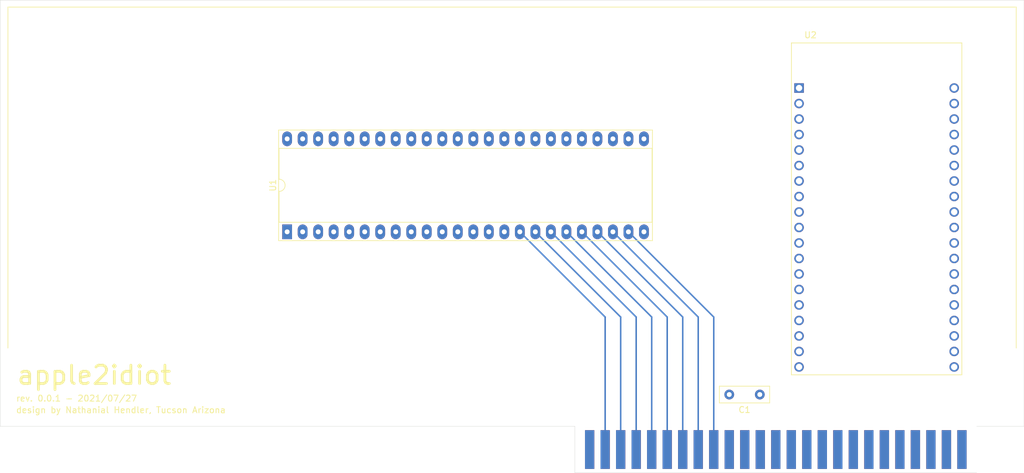
<source format=kicad_pcb>
(kicad_pcb (version 20171130) (host pcbnew 5.1.10-88a1d61d58~88~ubuntu18.04.1)

  (general
    (thickness 1.6)
    (drawings 13)
    (tracks 16)
    (zones 0)
    (modules 4)
    (nets 90)
  )

  (page A4)
  (title_block
    (title apple2idiot)
    (date 2021-07-27)
    (rev 1.0.1)
    (company "Nathanial Hendler")
  )

  (layers
    (0 F.Cu signal)
    (31 B.Cu signal)
    (32 B.Adhes user)
    (33 F.Adhes user)
    (34 B.Paste user)
    (35 F.Paste user)
    (36 B.SilkS user)
    (37 F.SilkS user)
    (38 B.Mask user)
    (39 F.Mask user)
    (40 Dwgs.User user)
    (41 Cmts.User user)
    (42 Eco1.User user)
    (43 Eco2.User user)
    (44 Edge.Cuts user)
    (45 Margin user)
    (46 B.CrtYd user)
    (47 F.CrtYd user)
    (48 B.Fab user)
    (49 F.Fab user)
  )

  (setup
    (last_trace_width 0.25)
    (user_trace_width 0.4)
    (user_trace_width 1)
    (trace_clearance 0.2)
    (zone_clearance 0.508)
    (zone_45_only no)
    (trace_min 0.2)
    (via_size 0.8)
    (via_drill 0.4)
    (via_min_size 0.4)
    (via_min_drill 0.3)
    (uvia_size 0.3)
    (uvia_drill 0.1)
    (uvias_allowed no)
    (uvia_min_size 0.2)
    (uvia_min_drill 0.1)
    (edge_width 0.05)
    (segment_width 0.2)
    (pcb_text_width 0.3)
    (pcb_text_size 1.5 1.5)
    (mod_edge_width 0.12)
    (mod_text_size 1 1)
    (mod_text_width 0.15)
    (pad_size 1.524 1.524)
    (pad_drill 0.762)
    (pad_to_mask_clearance 0.051)
    (solder_mask_min_width 0.25)
    (aux_axis_origin 0 0)
    (visible_elements FFFFFF7F)
    (pcbplotparams
      (layerselection 0x3ffff_ffffffff)
      (usegerberextensions false)
      (usegerberattributes false)
      (usegerberadvancedattributes false)
      (creategerberjobfile false)
      (excludeedgelayer true)
      (linewidth 0.100000)
      (plotframeref false)
      (viasonmask false)
      (mode 1)
      (useauxorigin false)
      (hpglpennumber 1)
      (hpglpenspeed 20)
      (hpglpendiameter 15.000000)
      (psnegative false)
      (psa4output false)
      (plotreference true)
      (plotvalue true)
      (plotinvisibletext false)
      (padsonsilk false)
      (subtractmaskfromsilk false)
      (outputformat 1)
      (mirror false)
      (drillshape 0)
      (scaleselection 1)
      (outputdirectory "gerber"))
  )

  (net 0 "")
  (net 1 /+12V)
  (net 2 /D0)
  (net 3 /D1)
  (net 4 /D2)
  (net 5 /D3)
  (net 6 /D4)
  (net 7 /D5)
  (net 8 /D6)
  (net 9 /D7)
  (net 10 /~DEVSEL)
  (net 11 /PHI0)
  (net 12 /USER1)
  (net 13 /PHI1)
  (net 14 /Q3)
  (net 15 /7M)
  (net 16 /COLORREF)
  (net 17 /-5V)
  (net 18 /-12V)
  (net 19 /~INH)
  (net 20 /~RES)
  (net 21 /~IRQ)
  (net 22 /~NMI)
  (net 23 /INTIN)
  (net 24 /DMAIN)
  (net 25 /~IOSEL)
  (net 26 /A0)
  (net 27 /A1)
  (net 28 /A2)
  (net 29 /A3)
  (net 30 /A4)
  (net 31 /A5)
  (net 32 /A6)
  (net 33 /A7)
  (net 34 /A8)
  (net 35 /A9)
  (net 36 /A10)
  (net 37 /A11)
  (net 38 /A12)
  (net 39 /A13)
  (net 40 /A14)
  (net 41 /A15)
  (net 42 /R~W)
  (net 43 /SYNC)
  (net 44 /~IOSTRB)
  (net 45 /RDY)
  (net 46 /~DMA)
  (net 47 /INTOUT)
  (net 48 /DMAOUT)
  (net 49 GND)
  (net 50 +5V)
  (net 51 "Net-(U1-Pad42)")
  (net 52 "Net-(U2-Pad36)")
  (net 53 "Net-(U2-Pad34)")
  (net 54 "Net-(U2-Pad33)")
  (net 55 "Net-(U2-Pad32)")
  (net 56 "Net-(U2-Pad31)")
  (net 57 "Net-(U2-Pad30)")
  (net 58 "Net-(U1-Pad46)")
  (net 59 "Net-(U1-Pad38)")
  (net 60 "Net-(U2-Pad24)")
  (net 61 "Net-(U2-Pad23)")
  (net 62 "Net-(U2-Pad18)")
  (net 63 "Net-(U2-Pad17)")
  (net 64 "Net-(U2-Pad16)")
  (net 65 "Net-(U1-Pad39)")
  (net 66 "Net-(U1-Pad40)")
  (net 67 "Net-(U1-Pad41)")
  (net 68 "Net-(U1-Pad3)")
  (net 69 "Net-(U1-Pad45)")
  (net 70 "Net-(U2-Pad4)")
  (net 71 "Net-(U2-Pad3)")
  (net 72 "Net-(U2-Pad2)")
  (net 73 "Net-(U1-Pad44)")
  (net 74 "Net-(U1-Pad37)")
  (net 75 "Net-(U1-Pad36)")
  (net 76 "Net-(U1-Pad35)")
  (net 77 "Net-(U1-Pad34)")
  (net 78 "Net-(U1-Pad33)")
  (net 79 "Net-(U1-Pad32)")
  (net 80 "Net-(U1-Pad31)")
  (net 81 "Net-(U1-Pad30)")
  (net 82 "Net-(U1-Pad29)")
  (net 83 "Net-(U1-Pad28)")
  (net 84 "Net-(U1-Pad27)")
  (net 85 "Net-(U1-Pad26)")
  (net 86 "Net-(U1-Pad25)")
  (net 87 "Net-(U2-Pad38)")
  (net 88 "Net-(U2-Pad37)")
  (net 89 "Net-(U2-Pad1)")

  (net_class Default "This is the default net class."
    (clearance 0.2)
    (trace_width 0.25)
    (via_dia 0.8)
    (via_drill 0.4)
    (uvia_dia 0.3)
    (uvia_drill 0.1)
    (add_net +5V)
    (add_net /+12V)
    (add_net /-12V)
    (add_net /-5V)
    (add_net /7M)
    (add_net /A0)
    (add_net /A1)
    (add_net /A10)
    (add_net /A11)
    (add_net /A12)
    (add_net /A13)
    (add_net /A14)
    (add_net /A15)
    (add_net /A2)
    (add_net /A3)
    (add_net /A4)
    (add_net /A5)
    (add_net /A6)
    (add_net /A7)
    (add_net /A8)
    (add_net /A9)
    (add_net /COLORREF)
    (add_net /D0)
    (add_net /D1)
    (add_net /D2)
    (add_net /D3)
    (add_net /D4)
    (add_net /D5)
    (add_net /D6)
    (add_net /D7)
    (add_net /DMAIN)
    (add_net /DMAOUT)
    (add_net /INTIN)
    (add_net /INTOUT)
    (add_net /PHI0)
    (add_net /PHI1)
    (add_net /Q3)
    (add_net /RDY)
    (add_net /R~W)
    (add_net /SYNC)
    (add_net /USER1)
    (add_net /~DEVSEL)
    (add_net /~DMA)
    (add_net /~INH)
    (add_net /~IOSEL)
    (add_net /~IOSTRB)
    (add_net /~IRQ)
    (add_net /~NMI)
    (add_net /~RES)
    (add_net GND)
    (add_net "Net-(U1-Pad25)")
    (add_net "Net-(U1-Pad26)")
    (add_net "Net-(U1-Pad27)")
    (add_net "Net-(U1-Pad28)")
    (add_net "Net-(U1-Pad29)")
    (add_net "Net-(U1-Pad3)")
    (add_net "Net-(U1-Pad30)")
    (add_net "Net-(U1-Pad31)")
    (add_net "Net-(U1-Pad32)")
    (add_net "Net-(U1-Pad33)")
    (add_net "Net-(U1-Pad34)")
    (add_net "Net-(U1-Pad35)")
    (add_net "Net-(U1-Pad36)")
    (add_net "Net-(U1-Pad37)")
    (add_net "Net-(U1-Pad38)")
    (add_net "Net-(U1-Pad39)")
    (add_net "Net-(U1-Pad40)")
    (add_net "Net-(U1-Pad41)")
    (add_net "Net-(U1-Pad42)")
    (add_net "Net-(U1-Pad44)")
    (add_net "Net-(U1-Pad45)")
    (add_net "Net-(U1-Pad46)")
    (add_net "Net-(U2-Pad1)")
    (add_net "Net-(U2-Pad16)")
    (add_net "Net-(U2-Pad17)")
    (add_net "Net-(U2-Pad18)")
    (add_net "Net-(U2-Pad2)")
    (add_net "Net-(U2-Pad23)")
    (add_net "Net-(U2-Pad24)")
    (add_net "Net-(U2-Pad3)")
    (add_net "Net-(U2-Pad30)")
    (add_net "Net-(U2-Pad31)")
    (add_net "Net-(U2-Pad32)")
    (add_net "Net-(U2-Pad33)")
    (add_net "Net-(U2-Pad34)")
    (add_net "Net-(U2-Pad36)")
    (add_net "Net-(U2-Pad37)")
    (add_net "Net-(U2-Pad38)")
    (add_net "Net-(U2-Pad4)")
  )

  (module ESPDEVKIT:MODULE_ESP32-DEVKITC-32D (layer F.Cu) (tedit 6100DBC9) (tstamp 61015E67)
    (at 217.17 88.9)
    (path /613EE5FC)
    (fp_text reference U2 (at -10.829175 -28.446045) (layer F.SilkS)
      (effects (font (size 1.000386 1.000386) (thickness 0.15)))
    )
    (fp_text value ESP32-DEVKITC-32D (at 1.24136 28.294535) (layer F.Fab)
      (effects (font (size 1.001047 1.001047) (thickness 0.15)))
    )
    (fp_line (start -13.95 -27.15) (end 13.95 -27.15) (layer F.Fab) (width 0.127))
    (fp_line (start 13.95 -27.15) (end 13.95 27.25) (layer F.Fab) (width 0.127))
    (fp_line (start 13.95 27.25) (end -13.95 27.25) (layer F.Fab) (width 0.127))
    (fp_line (start -13.95 27.25) (end -13.95 -27.15) (layer F.Fab) (width 0.127))
    (fp_line (start -13.95 27.25) (end -13.95 -27.15) (layer F.SilkS) (width 0.127))
    (fp_line (start -13.95 -27.15) (end 13.95 -27.15) (layer F.SilkS) (width 0.127))
    (fp_line (start 13.95 -27.15) (end 13.95 27.25) (layer F.SilkS) (width 0.127))
    (fp_line (start 13.95 27.25) (end -13.95 27.25) (layer F.SilkS) (width 0.127))
    (fp_line (start -14.2 -27.4) (end 14.2 -27.4) (layer F.CrtYd) (width 0.05))
    (fp_line (start 14.2 -27.4) (end 14.2 27.5) (layer F.CrtYd) (width 0.05))
    (fp_line (start 14.2 27.5) (end -14.2 27.5) (layer F.CrtYd) (width 0.05))
    (fp_line (start -14.2 27.5) (end -14.2 -27.4) (layer F.CrtYd) (width 0.05))
    (fp_circle (center -14.6 -19.9) (end -14.46 -19.9) (layer F.Fab) (width 0.28))
    (fp_circle (center -14.6 -19.9) (end -14.46 -19.9) (layer F.Fab) (width 0.28))
    (pad 38 thru_hole circle (at 12.7 25.96) (size 1.56 1.56) (drill 1.04) (layers *.Cu *.Mask)
      (net 87 "Net-(U2-Pad38)"))
    (pad 37 thru_hole circle (at 12.7 23.42) (size 1.56 1.56) (drill 1.04) (layers *.Cu *.Mask)
      (net 88 "Net-(U2-Pad37)"))
    (pad 36 thru_hole circle (at 12.7 20.88) (size 1.56 1.56) (drill 1.04) (layers *.Cu *.Mask)
      (net 52 "Net-(U2-Pad36)"))
    (pad 35 thru_hole circle (at 12.7 18.34) (size 1.56 1.56) (drill 1.04) (layers *.Cu *.Mask)
      (net 83 "Net-(U1-Pad28)"))
    (pad 34 thru_hole circle (at 12.7 15.8) (size 1.56 1.56) (drill 1.04) (layers *.Cu *.Mask)
      (net 53 "Net-(U2-Pad34)"))
    (pad 33 thru_hole circle (at 12.7 13.26) (size 1.56 1.56) (drill 1.04) (layers *.Cu *.Mask)
      (net 54 "Net-(U2-Pad33)"))
    (pad 32 thru_hole circle (at 12.7 10.72) (size 1.56 1.56) (drill 1.04) (layers *.Cu *.Mask)
      (net 55 "Net-(U2-Pad32)"))
    (pad 31 thru_hole circle (at 12.7 8.18) (size 1.56 1.56) (drill 1.04) (layers *.Cu *.Mask)
      (net 56 "Net-(U2-Pad31)"))
    (pad 30 thru_hole circle (at 12.7 5.64) (size 1.56 1.56) (drill 1.04) (layers *.Cu *.Mask)
      (net 57 "Net-(U2-Pad30)"))
    (pad 29 thru_hole circle (at 12.7 3.1) (size 1.56 1.56) (drill 1.04) (layers *.Cu *.Mask)
      (net 58 "Net-(U1-Pad46)"))
    (pad 28 thru_hole circle (at 12.7 0.56) (size 1.56 1.56) (drill 1.04) (layers *.Cu *.Mask)
      (net 82 "Net-(U1-Pad29)"))
    (pad 27 thru_hole circle (at 12.7 -1.98) (size 1.56 1.56) (drill 1.04) (layers *.Cu *.Mask)
      (net 81 "Net-(U1-Pad30)"))
    (pad 26 thru_hole circle (at 12.7 -4.52) (size 1.56 1.56) (drill 1.04) (layers *.Cu *.Mask)
      (net 49 GND))
    (pad 25 thru_hole circle (at 12.7 -7.06) (size 1.56 1.56) (drill 1.04) (layers *.Cu *.Mask)
      (net 80 "Net-(U1-Pad31)"))
    (pad 24 thru_hole circle (at 12.7 -9.6) (size 1.56 1.56) (drill 1.04) (layers *.Cu *.Mask)
      (net 60 "Net-(U2-Pad24)"))
    (pad 23 thru_hole circle (at 12.7 -12.14) (size 1.56 1.56) (drill 1.04) (layers *.Cu *.Mask)
      (net 61 "Net-(U2-Pad23)"))
    (pad 22 thru_hole circle (at 12.7 -14.68) (size 1.56 1.56) (drill 1.04) (layers *.Cu *.Mask)
      (net 79 "Net-(U1-Pad32)"))
    (pad 21 thru_hole circle (at 12.7 -17.22) (size 1.56 1.56) (drill 1.04) (layers *.Cu *.Mask)
      (net 51 "Net-(U1-Pad42)"))
    (pad 20 thru_hole circle (at 12.7 -19.76) (size 1.56 1.56) (drill 1.04) (layers *.Cu *.Mask)
      (net 49 GND))
    (pad 18 thru_hole circle (at -12.7 23.42) (size 1.56 1.56) (drill 1.04) (layers *.Cu *.Mask)
      (net 62 "Net-(U2-Pad18)"))
    (pad 17 thru_hole circle (at -12.7 20.88) (size 1.56 1.56) (drill 1.04) (layers *.Cu *.Mask)
      (net 63 "Net-(U2-Pad17)"))
    (pad 16 thru_hole circle (at -12.7 18.34) (size 1.56 1.56) (drill 1.04) (layers *.Cu *.Mask)
      (net 64 "Net-(U2-Pad16)"))
    (pad 15 thru_hole circle (at -12.7 15.8) (size 1.56 1.56) (drill 1.04) (layers *.Cu *.Mask)
      (net 85 "Net-(U1-Pad26)"))
    (pad 14 thru_hole circle (at -12.7 13.26) (size 1.56 1.56) (drill 1.04) (layers *.Cu *.Mask)
      (net 49 GND))
    (pad 13 thru_hole circle (at -12.7 10.72) (size 1.56 1.56) (drill 1.04) (layers *.Cu *.Mask)
      (net 86 "Net-(U1-Pad25)"))
    (pad 12 thru_hole circle (at -12.7 8.18) (size 1.56 1.56) (drill 1.04) (layers *.Cu *.Mask)
      (net 84 "Net-(U1-Pad27)"))
    (pad 11 thru_hole circle (at -12.7 5.64) (size 1.56 1.56) (drill 1.04) (layers *.Cu *.Mask)
      (net 65 "Net-(U1-Pad39)"))
    (pad 10 thru_hole circle (at -12.7 3.1) (size 1.56 1.56) (drill 1.04) (layers *.Cu *.Mask)
      (net 66 "Net-(U1-Pad40)"))
    (pad 9 thru_hole circle (at -12.7 0.56) (size 1.56 1.56) (drill 1.04) (layers *.Cu *.Mask)
      (net 67 "Net-(U1-Pad41)"))
    (pad 8 thru_hole circle (at -12.7 -1.98) (size 1.56 1.56) (drill 1.04) (layers *.Cu *.Mask)
      (net 74 "Net-(U1-Pad37)"))
    (pad 7 thru_hole circle (at -12.7 -4.52) (size 1.56 1.56) (drill 1.04) (layers *.Cu *.Mask)
      (net 59 "Net-(U1-Pad38)"))
    (pad 6 thru_hole circle (at -12.7 -7.06) (size 1.56 1.56) (drill 1.04) (layers *.Cu *.Mask)
      (net 68 "Net-(U1-Pad3)"))
    (pad 5 thru_hole circle (at -12.7 -9.6) (size 1.56 1.56) (drill 1.04) (layers *.Cu *.Mask)
      (net 25 /~IOSEL))
    (pad 4 thru_hole circle (at -12.7 -12.14) (size 1.56 1.56) (drill 1.04) (layers *.Cu *.Mask)
      (net 70 "Net-(U2-Pad4)"))
    (pad 3 thru_hole circle (at -12.7 -14.68) (size 1.56 1.56) (drill 1.04) (layers *.Cu *.Mask)
      (net 71 "Net-(U2-Pad3)"))
    (pad 19 thru_hole circle (at -12.7 25.96) (size 1.56 1.56) (drill 1.04) (layers *.Cu *.Mask)
      (net 50 +5V))
    (pad 2 thru_hole circle (at -12.7 -17.22) (size 1.56 1.56) (drill 1.04) (layers *.Cu *.Mask)
      (net 72 "Net-(U2-Pad2)"))
    (pad 1 thru_hole rect (at -12.7 -19.76) (size 1.56 1.56) (drill 1.04) (layers *.Cu *.Mask)
      (net 89 "Net-(U2-Pad1)"))
  )

  (module pub:AppleIIBus (layer F.Cu) (tedit 5E4F43C2) (tstamp 5E33EA12)
    (at 200.66 128.397)
    (path /5E339C7A)
    (fp_text reference J1 (at 0 -5.08) (layer F.SilkS) hide
      (effects (font (size 1 1) (thickness 0.15)))
    )
    (fp_text value "CARD EDGE" (at 25.4 -5.08) (layer F.Fab)
      (effects (font (size 1 1) (thickness 0.15)))
    )
    (fp_poly (pts (xy 32.893 -3.81) (xy 31.877 -3.81) (xy 31.877 3.81) (xy 32.893 3.81)) (layer B.Mask) (width 0))
    (fp_poly (pts (xy -32.893 -3.81) (xy -32.893 3.81) (xy -31.877 3.81) (xy -31.877 -3.81)) (layer B.Mask) (width 0))
    (fp_poly (pts (xy 32.893 -3.81) (xy 31.877 -3.81) (xy 31.877 3.81) (xy 32.893 3.81)) (layer F.Mask) (width 0))
    (fp_poly (pts (xy -32.893 -3.81) (xy -32.893 3.81) (xy -31.877 3.81) (xy -31.877 -3.81)) (layer F.Mask) (width 0))
    (pad 26 smd rect (at 30.48 0) (size 1.524 6.35) (layers B.Cu B.Mask)
      (net 49 GND) (solder_mask_margin 0.635) (clearance 0.254))
    (pad 27 smd rect (at 27.94 0) (size 1.524 6.35) (layers B.Cu B.Mask)
      (net 24 /DMAIN) (solder_mask_margin 0.635) (clearance 0.254))
    (pad 28 smd rect (at 25.4 0) (size 1.524 6.35) (layers B.Cu B.Mask)
      (net 23 /INTIN) (solder_mask_margin 0.635) (clearance 0.254))
    (pad 29 smd rect (at 22.86 0) (size 1.524 6.35) (layers B.Cu B.Mask)
      (net 22 /~NMI) (solder_mask_margin 0.635) (clearance 0.254))
    (pad 30 smd rect (at 20.32 0) (size 1.524 6.35) (layers B.Cu B.Mask)
      (net 21 /~IRQ) (solder_mask_margin 0.635) (clearance 0.254))
    (pad 31 smd rect (at 17.78 0) (size 1.524 6.35) (layers B.Cu B.Mask)
      (net 20 /~RES) (solder_mask_margin 0.635) (clearance 0.254))
    (pad 32 smd rect (at 15.24 0) (size 1.524 6.35) (layers B.Cu B.Mask)
      (net 19 /~INH) (solder_mask_margin 0.635) (clearance 0.254))
    (pad 33 smd rect (at 12.7 0) (size 1.524 6.35) (layers B.Cu B.Mask)
      (net 18 /-12V) (solder_mask_margin 0.635) (clearance 0.254))
    (pad 34 smd rect (at 10.16 0) (size 1.524 6.35) (layers B.Cu B.Mask)
      (net 17 /-5V) (solder_mask_margin 0.635) (clearance 0.254))
    (pad 35 smd rect (at 7.62 0) (size 1.524 6.35) (layers B.Cu B.Mask)
      (net 16 /COLORREF) (solder_mask_margin 0.635) (clearance 0.254))
    (pad 36 smd rect (at 5.08 0) (size 1.524 6.35) (layers B.Cu B.Mask)
      (net 15 /7M) (solder_mask_margin 0.635) (clearance 0.254))
    (pad 37 smd rect (at 2.54 0) (size 1.524 6.35) (layers B.Cu B.Mask)
      (net 14 /Q3) (solder_mask_margin 0.635) (clearance 0.254))
    (pad 38 smd rect (at 0 0) (size 1.524 6.35) (layers B.Cu B.Mask)
      (net 13 /PHI1) (solder_mask_margin 0.635) (clearance 0.254))
    (pad 39 smd rect (at -2.54 0) (size 1.524 6.35) (layers B.Cu B.Mask)
      (net 12 /USER1) (solder_mask_margin 0.635) (clearance 0.254))
    (pad 40 smd rect (at -5.08 0) (size 1.524 6.35) (layers B.Cu B.Mask)
      (net 11 /PHI0) (solder_mask_margin 0.635) (clearance 0.254))
    (pad 41 smd rect (at -7.62 0) (size 1.524 6.35) (layers B.Cu B.Mask)
      (net 10 /~DEVSEL) (solder_mask_margin 0.635) (clearance 0.254))
    (pad 42 smd rect (at -10.16 0) (size 1.524 6.35) (layers B.Cu B.Mask)
      (net 9 /D7) (solder_mask_margin 0.635) (clearance 0.254))
    (pad 43 smd rect (at -12.7 0) (size 1.524 6.35) (layers B.Cu B.Mask)
      (net 8 /D6) (solder_mask_margin 0.635) (clearance 0.254))
    (pad 44 smd rect (at -15.24 0) (size 1.524 6.35) (layers B.Cu B.Mask)
      (net 7 /D5) (solder_mask_margin 0.635) (clearance 0.254))
    (pad 45 smd rect (at -17.78 0) (size 1.524 6.35) (layers B.Cu B.Mask)
      (net 6 /D4) (solder_mask_margin 0.635) (clearance 0.254))
    (pad 46 smd rect (at -20.32 0) (size 1.524 6.35) (layers B.Cu B.Mask)
      (net 5 /D3) (solder_mask_margin 0.635) (clearance 0.254))
    (pad 47 smd rect (at -22.86 0) (size 1.524 6.35) (layers B.Cu B.Mask)
      (net 4 /D2) (solder_mask_margin 0.635) (clearance 0.254))
    (pad 48 smd rect (at -25.4 0) (size 1.524 6.35) (layers B.Cu B.Mask)
      (net 3 /D1) (solder_mask_margin 0.635) (clearance 0.254))
    (pad 49 smd rect (at -27.94 0) (size 1.524 6.35) (layers B.Cu B.Mask)
      (net 2 /D0) (solder_mask_margin 0.635) (clearance 0.254))
    (pad 50 smd rect (at -30.48 0) (size 1.524 6.35) (layers B.Cu B.Mask)
      (net 1 /+12V) (solder_mask_margin 0.635) (clearance 0.254))
    (pad 25 smd rect (at 30.48 0) (size 1.524 6.35) (layers F.Cu F.Mask)
      (net 50 +5V) (solder_mask_margin 0.635) (clearance 0.254))
    (pad 24 smd rect (at 27.94 0) (size 1.524 6.35) (layers F.Cu F.Mask)
      (net 48 /DMAOUT) (solder_mask_margin 0.635) (clearance 0.254))
    (pad 23 smd rect (at 25.4 0) (size 1.524 6.35) (layers F.Cu F.Mask)
      (net 47 /INTOUT) (solder_mask_margin 0.635) (clearance 0.254))
    (pad 22 smd rect (at 22.86 0) (size 1.524 6.35) (layers F.Cu F.Mask)
      (net 46 /~DMA) (solder_mask_margin 0.635) (clearance 0.254))
    (pad 21 smd rect (at 20.32 0) (size 1.524 6.35) (layers F.Cu F.Mask)
      (net 45 /RDY) (solder_mask_margin 0.635) (clearance 0.254))
    (pad 20 smd rect (at 17.78 0) (size 1.524 6.35) (layers F.Cu F.Mask)
      (net 44 /~IOSTRB) (solder_mask_margin 0.635) (clearance 0.254))
    (pad 19 smd rect (at 15.24 0) (size 1.524 6.35) (layers F.Cu F.Mask)
      (net 43 /SYNC) (solder_mask_margin 0.635) (clearance 0.254))
    (pad 18 smd rect (at 12.7 0) (size 1.524 6.35) (layers F.Cu F.Mask)
      (net 42 /R~W) (solder_mask_margin 0.635) (clearance 0.254))
    (pad 17 smd rect (at 10.16 0) (size 1.524 6.35) (layers F.Cu F.Mask)
      (net 41 /A15) (solder_mask_margin 0.635) (clearance 0.254))
    (pad 16 smd rect (at 7.62 0) (size 1.524 6.35) (layers F.Cu F.Mask)
      (net 40 /A14) (solder_mask_margin 0.635) (clearance 0.254))
    (pad 15 smd rect (at 5.08 0) (size 1.524 6.35) (layers F.Cu F.Mask)
      (net 39 /A13) (solder_mask_margin 0.635) (clearance 0.254))
    (pad 14 smd rect (at 2.54 0) (size 1.524 6.35) (layers F.Cu F.Mask)
      (net 38 /A12) (solder_mask_margin 0.635) (clearance 0.254))
    (pad 13 smd rect (at 0 0) (size 1.524 6.35) (layers F.Cu F.Mask)
      (net 37 /A11) (solder_mask_margin 0.635) (clearance 0.254))
    (pad 12 smd rect (at -2.54 0) (size 1.524 6.35) (layers F.Cu F.Mask)
      (net 36 /A10) (solder_mask_margin 0.635) (clearance 0.254))
    (pad 11 smd rect (at -5.08 0) (size 1.524 6.35) (layers F.Cu F.Mask)
      (net 35 /A9) (solder_mask_margin 0.635) (clearance 0.254))
    (pad 10 smd rect (at -7.62 0) (size 1.524 6.35) (layers F.Cu F.Mask)
      (net 34 /A8) (solder_mask_margin 0.635) (clearance 0.254))
    (pad 9 smd rect (at -10.16 0) (size 1.524 6.35) (layers F.Cu F.Mask)
      (net 33 /A7) (solder_mask_margin 0.635) (clearance 0.254))
    (pad 8 smd rect (at -12.7 0) (size 1.524 6.35) (layers F.Cu F.Mask)
      (net 32 /A6) (solder_mask_margin 0.635) (clearance 0.254))
    (pad 7 smd rect (at -15.24 0) (size 1.524 6.35) (layers F.Cu F.Mask)
      (net 31 /A5) (solder_mask_margin 0.635) (clearance 0.254))
    (pad 6 smd rect (at -17.78 0) (size 1.524 6.35) (layers F.Cu F.Mask)
      (net 30 /A4) (solder_mask_margin 0.635) (clearance 0.254))
    (pad 5 smd rect (at -20.32 0) (size 1.524 6.35) (layers F.Cu F.Mask)
      (net 29 /A3) (solder_mask_margin 0.635) (clearance 0.254))
    (pad 4 smd rect (at -22.86 0) (size 1.524 6.35) (layers F.Cu F.Mask)
      (net 28 /A2) (solder_mask_margin 0.635) (clearance 0.254))
    (pad 3 smd rect (at -25.4 0) (size 1.524 6.35) (layers F.Cu F.Mask)
      (net 27 /A1) (solder_mask_margin 0.635) (clearance 0.254))
    (pad 2 smd rect (at -27.94 0) (size 1.524 6.35) (layers F.Cu F.Mask)
      (net 26 /A0) (solder_mask_margin 0.635) (clearance 0.254))
    (pad 1 smd rect (at -30.48 0) (size 1.524 6.35) (layers F.Cu F.Mask)
      (net 25 /~IOSEL) (solder_mask_margin 0.635) (clearance 0.254))
  )

  (module Capacitor_THT:C_Disc_D8.0mm_W2.5mm_P5.00mm (layer F.Cu) (tedit 5AE50EF0) (tstamp 61017937)
    (at 198.04 119.38 180)
    (descr "C, Disc series, Radial, pin pitch=5.00mm, , diameter*width=8*2.5mm^2, Capacitor, http://cdn-reichelt.de/documents/datenblatt/B300/DS_KERKO_TC.pdf")
    (tags "C Disc series Radial pin pitch 5.00mm  diameter 8mm width 2.5mm Capacitor")
    (path /6103513B)
    (fp_text reference C1 (at 2.5 -2.5) (layer F.SilkS)
      (effects (font (size 1 1) (thickness 0.15)))
    )
    (fp_text value C (at 2.5 2.5) (layer F.Fab)
      (effects (font (size 1 1) (thickness 0.15)))
    )
    (fp_line (start 6.75 -1.5) (end -1.75 -1.5) (layer F.CrtYd) (width 0.05))
    (fp_line (start 6.75 1.5) (end 6.75 -1.5) (layer F.CrtYd) (width 0.05))
    (fp_line (start -1.75 1.5) (end 6.75 1.5) (layer F.CrtYd) (width 0.05))
    (fp_line (start -1.75 -1.5) (end -1.75 1.5) (layer F.CrtYd) (width 0.05))
    (fp_line (start 6.62 -1.37) (end 6.62 1.37) (layer F.SilkS) (width 0.12))
    (fp_line (start -1.62 -1.37) (end -1.62 1.37) (layer F.SilkS) (width 0.12))
    (fp_line (start -1.62 1.37) (end 6.62 1.37) (layer F.SilkS) (width 0.12))
    (fp_line (start -1.62 -1.37) (end 6.62 -1.37) (layer F.SilkS) (width 0.12))
    (fp_line (start 6.5 -1.25) (end -1.5 -1.25) (layer F.Fab) (width 0.1))
    (fp_line (start 6.5 1.25) (end 6.5 -1.25) (layer F.Fab) (width 0.1))
    (fp_line (start -1.5 1.25) (end 6.5 1.25) (layer F.Fab) (width 0.1))
    (fp_line (start -1.5 -1.25) (end -1.5 1.25) (layer F.Fab) (width 0.1))
    (fp_text user %R (at 2.5 0) (layer F.Fab)
      (effects (font (size 1 1) (thickness 0.15)))
    )
    (pad 2 thru_hole circle (at 5 0 180) (size 1.6 1.6) (drill 0.8) (layers *.Cu *.Mask)
      (net 49 GND))
    (pad 1 thru_hole circle (at 0 0 180) (size 1.6 1.6) (drill 0.8) (layers *.Cu *.Mask)
      (net 50 +5V))
    (model ${KISYS3DMOD}/Capacitor_THT.3dshapes/C_Disc_D8.0mm_W2.5mm_P5.00mm.wrl
      (at (xyz 0 0 0))
      (scale (xyz 1 1 1))
      (rotate (xyz 0 0 0))
    )
  )

  (module Package_DIP:DIP-48_W15.24mm_Socket_LongPads (layer F.Cu) (tedit 5A02E8C5) (tstamp 6101CB7E)
    (at 120.65 92.71 90)
    (descr "48-lead though-hole mounted DIP package, row spacing 15.24 mm (600 mils), Socket, LongPads")
    (tags "THT DIP DIL PDIP 2.54mm 15.24mm 600mil Socket LongPads")
    (path /6102DC5C)
    (fp_text reference U1 (at 7.62 -2.33 90) (layer F.SilkS)
      (effects (font (size 1 1) (thickness 0.15)))
    )
    (fp_text value IDT7132 (at 7.62 60.75 90) (layer F.Fab)
      (effects (font (size 1 1) (thickness 0.15)))
    )
    (fp_line (start 16.8 -1.6) (end -1.55 -1.6) (layer F.CrtYd) (width 0.05))
    (fp_line (start 16.8 60) (end 16.8 -1.6) (layer F.CrtYd) (width 0.05))
    (fp_line (start -1.55 60) (end 16.8 60) (layer F.CrtYd) (width 0.05))
    (fp_line (start -1.55 -1.6) (end -1.55 60) (layer F.CrtYd) (width 0.05))
    (fp_line (start 16.68 -1.39) (end -1.44 -1.39) (layer F.SilkS) (width 0.12))
    (fp_line (start 16.68 59.81) (end 16.68 -1.39) (layer F.SilkS) (width 0.12))
    (fp_line (start -1.44 59.81) (end 16.68 59.81) (layer F.SilkS) (width 0.12))
    (fp_line (start -1.44 -1.39) (end -1.44 59.81) (layer F.SilkS) (width 0.12))
    (fp_line (start 13.68 -1.33) (end 8.62 -1.33) (layer F.SilkS) (width 0.12))
    (fp_line (start 13.68 59.75) (end 13.68 -1.33) (layer F.SilkS) (width 0.12))
    (fp_line (start 1.56 59.75) (end 13.68 59.75) (layer F.SilkS) (width 0.12))
    (fp_line (start 1.56 -1.33) (end 1.56 59.75) (layer F.SilkS) (width 0.12))
    (fp_line (start 6.62 -1.33) (end 1.56 -1.33) (layer F.SilkS) (width 0.12))
    (fp_line (start 16.51 -1.33) (end -1.27 -1.33) (layer F.Fab) (width 0.1))
    (fp_line (start 16.51 59.75) (end 16.51 -1.33) (layer F.Fab) (width 0.1))
    (fp_line (start -1.27 59.75) (end 16.51 59.75) (layer F.Fab) (width 0.1))
    (fp_line (start -1.27 -1.33) (end -1.27 59.75) (layer F.Fab) (width 0.1))
    (fp_line (start 0.255 -0.27) (end 1.255 -1.27) (layer F.Fab) (width 0.1))
    (fp_line (start 0.255 59.69) (end 0.255 -0.27) (layer F.Fab) (width 0.1))
    (fp_line (start 14.985 59.69) (end 0.255 59.69) (layer F.Fab) (width 0.1))
    (fp_line (start 14.985 -1.27) (end 14.985 59.69) (layer F.Fab) (width 0.1))
    (fp_line (start 1.255 -1.27) (end 14.985 -1.27) (layer F.Fab) (width 0.1))
    (fp_text user %R (at 7.62 29.21 180) (layer F.Fab)
      (effects (font (size 1 1) (thickness 0.15)))
    )
    (fp_arc (start 7.62 -1.33) (end 6.62 -1.33) (angle -180) (layer F.SilkS) (width 0.12))
    (pad 48 thru_hole oval (at 15.24 0 90) (size 2.4 1.6) (drill 0.8) (layers *.Cu *.Mask)
      (net 50 +5V))
    (pad 24 thru_hole oval (at 0 58.42 90) (size 2.4 1.6) (drill 0.8) (layers *.Cu *.Mask)
      (net 49 GND))
    (pad 47 thru_hole oval (at 15.24 2.54 90) (size 2.4 1.6) (drill 0.8) (layers *.Cu *.Mask)
      (net 49 GND))
    (pad 23 thru_hole oval (at 0 55.88 90) (size 2.4 1.6) (drill 0.8) (layers *.Cu *.Mask)
      (net 9 /D7))
    (pad 46 thru_hole oval (at 15.24 5.08 90) (size 2.4 1.6) (drill 0.8) (layers *.Cu *.Mask)
      (net 58 "Net-(U1-Pad46)"))
    (pad 22 thru_hole oval (at 0 53.34 90) (size 2.4 1.6) (drill 0.8) (layers *.Cu *.Mask)
      (net 8 /D6))
    (pad 45 thru_hole oval (at 15.24 7.62 90) (size 2.4 1.6) (drill 0.8) (layers *.Cu *.Mask)
      (net 69 "Net-(U1-Pad45)"))
    (pad 21 thru_hole oval (at 0 50.8 90) (size 2.4 1.6) (drill 0.8) (layers *.Cu *.Mask)
      (net 7 /D5))
    (pad 44 thru_hole oval (at 15.24 10.16 90) (size 2.4 1.6) (drill 0.8) (layers *.Cu *.Mask)
      (net 73 "Net-(U1-Pad44)"))
    (pad 20 thru_hole oval (at 0 48.26 90) (size 2.4 1.6) (drill 0.8) (layers *.Cu *.Mask)
      (net 6 /D4))
    (pad 43 thru_hole oval (at 15.24 12.7 90) (size 2.4 1.6) (drill 0.8) (layers *.Cu *.Mask)
      (net 49 GND))
    (pad 19 thru_hole oval (at 0 45.72 90) (size 2.4 1.6) (drill 0.8) (layers *.Cu *.Mask)
      (net 5 /D3))
    (pad 42 thru_hole oval (at 15.24 15.24 90) (size 2.4 1.6) (drill 0.8) (layers *.Cu *.Mask)
      (net 51 "Net-(U1-Pad42)"))
    (pad 18 thru_hole oval (at 0 43.18 90) (size 2.4 1.6) (drill 0.8) (layers *.Cu *.Mask)
      (net 4 /D2))
    (pad 41 thru_hole oval (at 15.24 17.78 90) (size 2.4 1.6) (drill 0.8) (layers *.Cu *.Mask)
      (net 67 "Net-(U1-Pad41)"))
    (pad 17 thru_hole oval (at 0 40.64 90) (size 2.4 1.6) (drill 0.8) (layers *.Cu *.Mask)
      (net 3 /D1))
    (pad 40 thru_hole oval (at 15.24 20.32 90) (size 2.4 1.6) (drill 0.8) (layers *.Cu *.Mask)
      (net 66 "Net-(U1-Pad40)"))
    (pad 16 thru_hole oval (at 0 38.1 90) (size 2.4 1.6) (drill 0.8) (layers *.Cu *.Mask)
      (net 2 /D0))
    (pad 39 thru_hole oval (at 15.24 22.86 90) (size 2.4 1.6) (drill 0.8) (layers *.Cu *.Mask)
      (net 65 "Net-(U1-Pad39)"))
    (pad 15 thru_hole oval (at 0 35.56 90) (size 2.4 1.6) (drill 0.8) (layers *.Cu *.Mask)
      (net 49 GND))
    (pad 38 thru_hole oval (at 15.24 25.4 90) (size 2.4 1.6) (drill 0.8) (layers *.Cu *.Mask)
      (net 59 "Net-(U1-Pad38)"))
    (pad 14 thru_hole oval (at 0 33.02 90) (size 2.4 1.6) (drill 0.8) (layers *.Cu *.Mask)
      (net 49 GND))
    (pad 37 thru_hole oval (at 15.24 27.94 90) (size 2.4 1.6) (drill 0.8) (layers *.Cu *.Mask)
      (net 74 "Net-(U1-Pad37)"))
    (pad 13 thru_hole oval (at 0 30.48 90) (size 2.4 1.6) (drill 0.8) (layers *.Cu *.Mask)
      (net 33 /A7))
    (pad 36 thru_hole oval (at 15.24 30.48 90) (size 2.4 1.6) (drill 0.8) (layers *.Cu *.Mask)
      (net 75 "Net-(U1-Pad36)"))
    (pad 12 thru_hole oval (at 0 27.94 90) (size 2.4 1.6) (drill 0.8) (layers *.Cu *.Mask)
      (net 32 /A6))
    (pad 35 thru_hole oval (at 15.24 33.02 90) (size 2.4 1.6) (drill 0.8) (layers *.Cu *.Mask)
      (net 76 "Net-(U1-Pad35)"))
    (pad 11 thru_hole oval (at 0 25.4 90) (size 2.4 1.6) (drill 0.8) (layers *.Cu *.Mask)
      (net 31 /A5))
    (pad 34 thru_hole oval (at 15.24 35.56 90) (size 2.4 1.6) (drill 0.8) (layers *.Cu *.Mask)
      (net 77 "Net-(U1-Pad34)"))
    (pad 10 thru_hole oval (at 0 22.86 90) (size 2.4 1.6) (drill 0.8) (layers *.Cu *.Mask)
      (net 30 /A4))
    (pad 33 thru_hole oval (at 15.24 38.1 90) (size 2.4 1.6) (drill 0.8) (layers *.Cu *.Mask)
      (net 78 "Net-(U1-Pad33)"))
    (pad 9 thru_hole oval (at 0 20.32 90) (size 2.4 1.6) (drill 0.8) (layers *.Cu *.Mask)
      (net 29 /A3))
    (pad 32 thru_hole oval (at 15.24 40.64 90) (size 2.4 1.6) (drill 0.8) (layers *.Cu *.Mask)
      (net 79 "Net-(U1-Pad32)"))
    (pad 8 thru_hole oval (at 0 17.78 90) (size 2.4 1.6) (drill 0.8) (layers *.Cu *.Mask)
      (net 28 /A2))
    (pad 31 thru_hole oval (at 15.24 43.18 90) (size 2.4 1.6) (drill 0.8) (layers *.Cu *.Mask)
      (net 80 "Net-(U1-Pad31)"))
    (pad 7 thru_hole oval (at 0 15.24 90) (size 2.4 1.6) (drill 0.8) (layers *.Cu *.Mask)
      (net 27 /A1))
    (pad 30 thru_hole oval (at 15.24 45.72 90) (size 2.4 1.6) (drill 0.8) (layers *.Cu *.Mask)
      (net 81 "Net-(U1-Pad30)"))
    (pad 6 thru_hole oval (at 0 12.7 90) (size 2.4 1.6) (drill 0.8) (layers *.Cu *.Mask)
      (net 26 /A0))
    (pad 29 thru_hole oval (at 15.24 48.26 90) (size 2.4 1.6) (drill 0.8) (layers *.Cu *.Mask)
      (net 82 "Net-(U1-Pad29)"))
    (pad 5 thru_hole oval (at 0 10.16 90) (size 2.4 1.6) (drill 0.8) (layers *.Cu *.Mask)
      (net 49 GND))
    (pad 28 thru_hole oval (at 15.24 50.8 90) (size 2.4 1.6) (drill 0.8) (layers *.Cu *.Mask)
      (net 83 "Net-(U1-Pad28)"))
    (pad 4 thru_hole oval (at 0 7.62 90) (size 2.4 1.6) (drill 0.8) (layers *.Cu *.Mask)
      (net 49 GND))
    (pad 27 thru_hole oval (at 15.24 53.34 90) (size 2.4 1.6) (drill 0.8) (layers *.Cu *.Mask)
      (net 84 "Net-(U1-Pad27)"))
    (pad 3 thru_hole oval (at 0 5.08 90) (size 2.4 1.6) (drill 0.8) (layers *.Cu *.Mask)
      (net 68 "Net-(U1-Pad3)"))
    (pad 26 thru_hole oval (at 15.24 55.88 90) (size 2.4 1.6) (drill 0.8) (layers *.Cu *.Mask)
      (net 85 "Net-(U1-Pad26)"))
    (pad 2 thru_hole oval (at 0 2.54 90) (size 2.4 1.6) (drill 0.8) (layers *.Cu *.Mask)
      (net 42 /R~W))
    (pad 25 thru_hole oval (at 15.24 58.42 90) (size 2.4 1.6) (drill 0.8) (layers *.Cu *.Mask)
      (net 86 "Net-(U1-Pad25)"))
    (pad 1 thru_hole rect (at 0 0 90) (size 2.4 1.6) (drill 0.8) (layers *.Cu *.Mask)
      (net 10 /~DEVSEL))
    (model ${KISYS3DMOD}/Package_DIP.3dshapes/DIP-48_W15.24mm_Socket.wrl
      (at (xyz 0 0 0))
      (scale (xyz 1 1 1))
      (rotate (xyz 0 0 0))
    )
  )

  (gr_line (start 167.767 124.587) (end 73.66 124.587) (layer Edge.Cuts) (width 0.05))
  (gr_line (start 167.767 132.207) (end 167.767 124.587) (layer Edge.Cuts) (width 0.05))
  (gr_line (start 167.767 132.207) (end 233.553 132.207) (layer Edge.Cuts) (width 0.05))
  (gr_text "design by Nathanial Hendler, Tucson Arizona" (at 76.2 121.92) (layer F.SilkS) (tstamp 6021F06C)
    (effects (font (size 1 1) (thickness 0.15)) (justify left))
  )
  (gr_text "rev. 0.0.1 - 2021/07/27" (at 76.2 120.015) (layer F.SilkS) (tstamp 6021F075)
    (effects (font (size 1 1) (thickness 0.15)) (justify left))
  )
  (gr_text apple2idiot (at 76.2 116.205) (layer F.SilkS) (tstamp 61016A0C)
    (effects (font (size 3 3) (thickness 0.45)) (justify left))
  )
  (gr_line (start 240.03 55.88) (end 240.03 111.76) (layer F.SilkS) (width 0.12) (tstamp 5E3416DC))
  (gr_line (start 74.93 55.88) (end 240.03 55.88) (layer F.SilkS) (width 0.12))
  (gr_line (start 74.93 111.76) (end 74.93 55.88) (layer F.SilkS) (width 0.12))
  (gr_line (start 73.66 54.737) (end 73.66 124.587) (layer Edge.Cuts) (width 0.05) (tstamp 5E34057F))
  (gr_line (start 241.3 54.737) (end 73.66 54.737) (layer Edge.Cuts) (width 0.05))
  (gr_line (start 241.3 124.587) (end 241.3 54.737) (layer Edge.Cuts) (width 0.05) (tstamp 5E3416F1))
  (gr_line (start 233.553 124.587) (end 241.3 124.587) (layer Edge.Cuts) (width 0.05))

  (segment (start 172.72 106.68) (end 172.72 128.397) (width 0.25) (layer B.Cu) (net 2))
  (segment (start 158.75 92.71) (end 172.72 106.68) (width 0.25) (layer B.Cu) (net 2))
  (segment (start 175.26 106.68) (end 175.26 128.397) (width 0.25) (layer B.Cu) (net 3))
  (segment (start 161.29 92.71) (end 175.26 106.68) (width 0.25) (layer B.Cu) (net 3))
  (segment (start 177.8 106.68) (end 177.8 128.397) (width 0.25) (layer B.Cu) (net 4))
  (segment (start 163.83 92.71) (end 177.8 106.68) (width 0.25) (layer B.Cu) (net 4))
  (segment (start 180.34 106.68) (end 180.34 128.397) (width 0.25) (layer B.Cu) (net 5))
  (segment (start 166.37 92.71) (end 180.34 106.68) (width 0.25) (layer B.Cu) (net 5))
  (segment (start 182.88 106.68) (end 182.88 128.397) (width 0.25) (layer B.Cu) (net 6))
  (segment (start 168.91 92.71) (end 182.88 106.68) (width 0.25) (layer B.Cu) (net 6))
  (segment (start 185.42 106.68) (end 185.42 128.397) (width 0.25) (layer B.Cu) (net 7))
  (segment (start 171.45 92.71) (end 185.42 106.68) (width 0.25) (layer B.Cu) (net 7))
  (segment (start 187.96 106.68) (end 187.96 128.397) (width 0.25) (layer B.Cu) (net 8))
  (segment (start 173.99 92.71) (end 187.96 106.68) (width 0.25) (layer B.Cu) (net 8))
  (segment (start 190.5 106.68) (end 190.5 128.397) (width 0.25) (layer B.Cu) (net 9))
  (segment (start 176.53 92.71) (end 190.5 106.68) (width 0.25) (layer B.Cu) (net 9))

)

</source>
